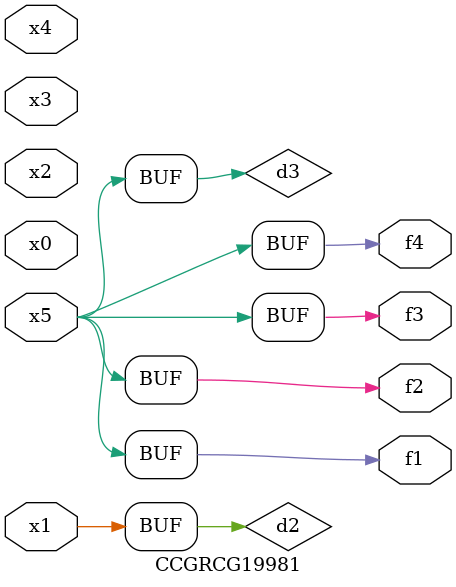
<source format=v>
module CCGRCG19981(
	input x0, x1, x2, x3, x4, x5,
	output f1, f2, f3, f4
);

	wire d1, d2, d3;

	not (d1, x5);
	or (d2, x1);
	xnor (d3, d1);
	assign f1 = d3;
	assign f2 = d3;
	assign f3 = d3;
	assign f4 = d3;
endmodule

</source>
